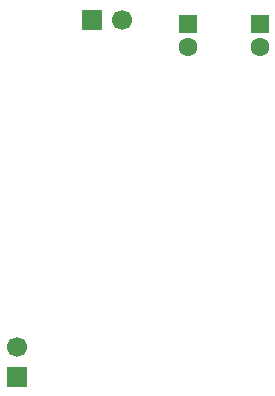
<source format=gbs>
%TF.GenerationSoftware,KiCad,Pcbnew,9.0.6*%
%TF.CreationDate,2025-11-23T20:43:57-05:00*%
%TF.ProjectId,5013-5v,35303133-2d35-4762-9e6b-696361645f70,rev?*%
%TF.SameCoordinates,Original*%
%TF.FileFunction,Soldermask,Bot*%
%TF.FilePolarity,Negative*%
%FSLAX46Y46*%
G04 Gerber Fmt 4.6, Leading zero omitted, Abs format (unit mm)*
G04 Created by KiCad (PCBNEW 9.0.6) date 2025-11-23 20:43:57*
%MOMM*%
%LPD*%
G01*
G04 APERTURE LIST*
G04 Aperture macros list*
%AMRoundRect*
0 Rectangle with rounded corners*
0 $1 Rounding radius*
0 $2 $3 $4 $5 $6 $7 $8 $9 X,Y pos of 4 corners*
0 Add a 4 corners polygon primitive as box body*
4,1,4,$2,$3,$4,$5,$6,$7,$8,$9,$2,$3,0*
0 Add four circle primitives for the rounded corners*
1,1,$1+$1,$2,$3*
1,1,$1+$1,$4,$5*
1,1,$1+$1,$6,$7*
1,1,$1+$1,$8,$9*
0 Add four rect primitives between the rounded corners*
20,1,$1+$1,$2,$3,$4,$5,0*
20,1,$1+$1,$4,$5,$6,$7,0*
20,1,$1+$1,$6,$7,$8,$9,0*
20,1,$1+$1,$8,$9,$2,$3,0*%
G04 Aperture macros list end*
%ADD10RoundRect,0.250000X-0.550000X0.550000X-0.550000X-0.550000X0.550000X-0.550000X0.550000X0.550000X0*%
%ADD11C,1.600000*%
%ADD12R,1.700000X1.700000*%
%ADD13C,1.700000*%
G04 APERTURE END LIST*
D10*
%TO.C,C9*%
X143441000Y-82110388D03*
D11*
X143441000Y-84110388D03*
%TD*%
D12*
%TO.C,Vin*%
X129212000Y-81757500D03*
D13*
X131752000Y-81757500D03*
%TD*%
D12*
%TO.C,Vout*%
X122867000Y-111983500D03*
D13*
X122867000Y-109443500D03*
%TD*%
D10*
%TO.C,C8*%
X137345000Y-82110387D03*
D11*
X137345000Y-84110387D03*
%TD*%
M02*

</source>
